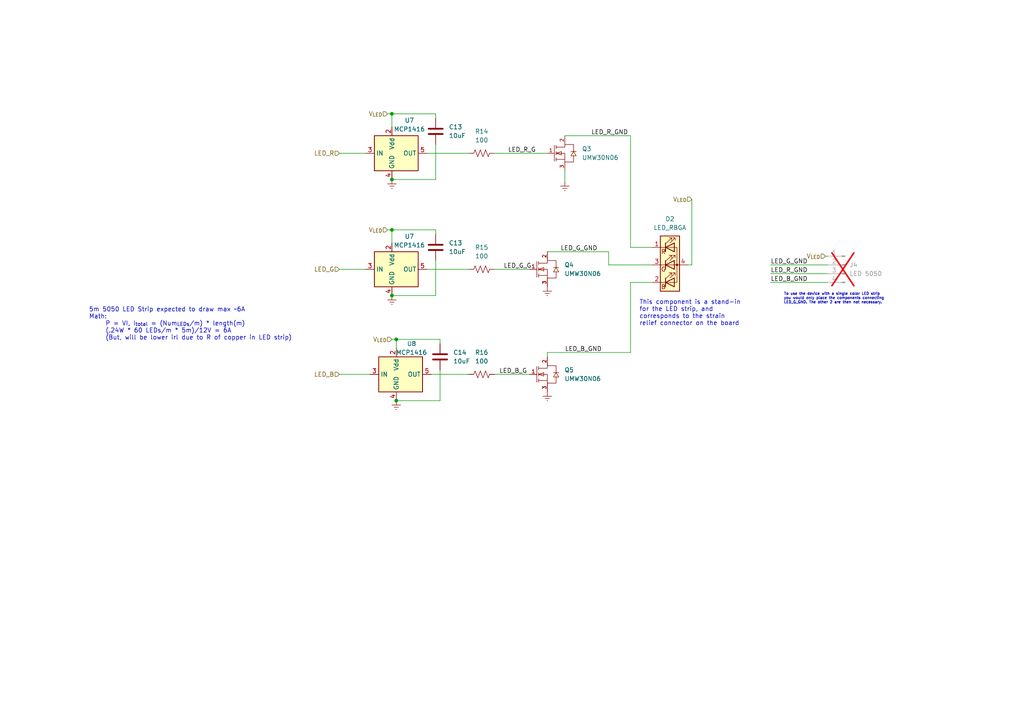
<source format=kicad_sch>
(kicad_sch (version 20230121) (generator eeschema)
  (paper "A4")
  (title_block (title "LED Strip Driver for 12V 5050 Strips") (date "2023-11-25") (rev "v1.0") (comment 1 "jacobbokor.com"))
  (lib_symbols
    (symbol "Connector:Conn_01x04_Male" (pin_names (offset 1.016) hide)
      (property "Reference" "J" (at 0 5.08 0))
      (property "Value" "Conn_01x04_Male" (at 0 -7.62 0))
      (symbol "Conn_01x04_Male_1_1"
        (polyline (pts (xy 1.27 -5.08) (xy 0.8636 -5.08)) (stroke (width 0.1524)))
        (polyline (pts (xy 1.27 -2.54) (xy 0.8636 -2.54)) (stroke (width 0.1524)))
        (polyline (pts (xy 1.27 0) (xy 0.8636 0)) (stroke (width 0.1524)))
        (polyline (pts (xy 1.27 2.54) (xy 0.8636 2.54)) (stroke (width 0.1524)))
        (rectangle (start 0.8636 -4.953) (end 0 -5.207) (stroke (width 0.1524)) (fill (type outline)))
        (rectangle (start 0.8636 -2.413) (end 0 -2.667) (stroke (width 0.1524)) (fill (type outline)))
        (rectangle (start 0.8636 0.127) (end 0 -0.127) (stroke (width 0.1524)) (fill (type outline)))
        (rectangle (start 0.8636 2.667) (end 0 2.413) (stroke (width 0.1524)) (fill (type outline)))
        (pin passive line (at 5.08 2.54 180) (length 3.81) (name "Pin_1") (number "1"))
        (pin passive line (at 5.08 0 180) (length 3.81) (name "Pin_2") (number "2"))
        (pin passive line (at 5.08 -2.54 180) (length 3.81) (name "Pin_3") (number "3"))
        (pin passive line (at 5.08 -5.08 180) (length 3.81) (name "Pin_4") (number "4"))
      )
    )
    (symbol "Device:C" (pin_numbers hide) (pin_names (offset 0.254))
      (property "Reference" "C" (at 0.635 2.54 0))
      (property "Value" "C" (at 0.635 -2.54 0))
      (symbol "C_0_1"
        (polyline (pts (xy -2.032 -0.762) (xy 2.032 -0.762)) (stroke (width 0.508)))
        (polyline (pts (xy -2.032 0.762) (xy 2.032 0.762)) (stroke (width 0.508)))
      )
      (symbol "C_1_1"
        (pin passive line (at 0 3.81 270) (length 2.794) (name "~") (number "1"))
        (pin passive line (at 0 -3.81 90) (length 2.794) (name "~") (number "2"))
      )
    )
    (symbol "Device:LED_RBGA" (pin_names (offset 0) hide)
      (property "Reference" "D" (at 0 9.398 0))
      (property "Value" "LED_RBGA" (at 0 -8.89 0))
      (symbol "LED_RBGA_0_0"
        (text "B" (at -1.905 -6.35 0) (effects (font (size 1.27 1.27))))
        (text "G" (at -1.905 -1.27 0) (effects (font (size 1.27 1.27))))
        (text "R" (at -1.905 3.81 0) (effects (font (size 1.27 1.27))))
      )
      (symbol "LED_RBGA_0_1"
        (polyline (pts (xy -1.27 -5.08) (xy -2.54 -5.08)))
        (polyline (pts (xy -1.27 -5.08) (xy 1.27 -5.08)))
        (polyline (pts (xy -1.27 -3.81) (xy -1.27 -6.35)) (stroke (width 0.254)))
        (polyline (pts (xy -1.27 0) (xy -2.54 0)))
        (polyline (pts (xy -1.27 1.27) (xy -1.27 -1.27)) (stroke (width 0.254)))
        (polyline (pts (xy -1.27 5.08) (xy -2.54 5.08)))
        (polyline (pts (xy -1.27 5.08) (xy 1.27 5.08)))
        (polyline (pts (xy -1.27 6.35) (xy -1.27 3.81)) (stroke (width 0.254)))
        (polyline (pts (xy 1.27 0) (xy -1.27 0)))
        (polyline (pts (xy 1.27 0) (xy 2.54 0)))
        (polyline (pts (xy -1.27 1.27) (xy -1.27 -1.27) (xy -1.27 -1.27)))
        (polyline (pts (xy -1.27 6.35) (xy -1.27 3.81) (xy -1.27 3.81)))
        (polyline (pts (xy 1.27 -5.08) (xy 2.032 -5.08) (xy 2.032 5.08) (xy 1.27 5.08)))
        (polyline (pts (xy 1.27 -3.81) (xy 1.27 -6.35) (xy -1.27 -5.08) (xy 1.27 -3.81)) (stroke (width 0.254)))
        (polyline (pts (xy 1.27 1.27) (xy 1.27 -1.27) (xy -1.27 0) (xy 1.27 1.27)) (stroke (width 0.254)))
        (polyline (pts (xy 1.27 6.35) (xy 1.27 3.81) (xy -1.27 5.08) (xy 1.27 6.35)) (stroke (width 0.254)))
        (polyline (pts (xy -1.016 -3.81) (xy 0.508 -2.286) (xy -0.254 -2.286) (xy 0.508 -2.286) (xy 0.508 -3.048)))
        (polyline (pts (xy -1.016 1.27) (xy 0.508 2.794) (xy -0.254 2.794) (xy 0.508 2.794) (xy 0.508 2.032)))
        (polyline (pts (xy -1.016 6.35) (xy 0.508 7.874) (xy -0.254 7.874) (xy 0.508 7.874) (xy 0.508 7.112)))
        (polyline (pts (xy 0 -3.81) (xy 1.524 -2.286) (xy 0.762 -2.286) (xy 1.524 -2.286) (xy 1.524 -3.048)))
        (polyline (pts (xy 0 1.27) (xy 1.524 2.794) (xy 0.762 2.794) (xy 1.524 2.794) (xy 1.524 2.032)))
        (polyline (pts (xy 0 6.35) (xy 1.524 7.874) (xy 0.762 7.874) (xy 1.524 7.874) (xy 1.524 7.112)))
        (rectangle (start 1.27 -1.27) (end 1.27 1.27))
        (rectangle (start 1.27 1.27) (end 1.27 1.27))
        (rectangle (start 1.27 3.81) (end 1.27 6.35))
        (rectangle (start 1.27 6.35) (end 1.27 6.35))
        (circle (center 2.032 0) (radius 0.254) (fill (type outline)))
        (rectangle (start 2.794 8.382) (end -2.794 -7.62) (stroke (width 0.254)) (fill (type background)))
      )
      (symbol "LED_RBGA_1_1"
        (pin passive line (at -5.08 5.08 0) (length 2.54) (name "RK") (number "1"))
        (pin passive line (at -5.08 -5.08 0) (length 2.54) (name "BK") (number "2"))
        (pin passive line (at -5.08 0 0) (length 2.54) (name "GK") (number "3"))
        (pin passive line (at 5.08 0 180) (length 2.54) (name "A") (number "4"))
      )
    )
    (symbol "Device:R_US" (pin_numbers hide) (pin_names (offset 0))
      (property "Reference" "R" (at 2.54 0 90))
      (property "Value" "R_US" (at -2.54 0 90))
      (symbol "R_US_0_1"
        (polyline (pts (xy 0 -2.286) (xy 0 -2.54)))
        (polyline (pts (xy 0 2.286) (xy 0 2.54)))
        (polyline (pts (xy 0 -0.762) (xy 1.016 -1.143) (xy 0 -1.524) (xy -1.016 -1.905) (xy 0 -2.286)))
        (polyline (pts (xy 0 0.762) (xy 1.016 0.381) (xy 0 0) (xy -1.016 -0.381) (xy 0 -0.762)))
        (polyline (pts (xy 0 2.286) (xy 1.016 1.905) (xy 0 1.524) (xy -1.016 1.143) (xy 0 0.762)))
      )
      (symbol "R_US_1_1"
        (pin passive line (at 0 3.81 270) (length 1.27) (name "~") (number "1"))
        (pin passive line (at 0 -3.81 90) (length 1.27) (name "~") (number "2"))
      )
    )
    (symbol "Driver_FET:MCP1416"
      (property "Reference" "U" (at -5.08 6.35 0))
      (property "Value" "MCP1416" (at 1.27 6.35 0))
      (symbol "MCP1416_0_1"
        (rectangle (start -5.08 5.08) (end 7.62 -5.08) (stroke (width 0.254)) (fill (type background)))
      )
      (symbol "MCP1416_1_1"
        (pin no_connect line (at 7.62 -2.54 180) (length 2.54) hide (name "NC") (number "1"))
        (pin power_in line (at 0 7.62 270) (length 2.54) (name "Vdd") (number "2"))
        (pin input line (at -7.62 0 0) (length 2.54) (name "IN") (number "3"))
        (pin power_in line (at 0 -7.62 90) (length 2.54) (name "GND") (number "4"))
        (pin output line (at 10.16 0 180) (length 2.54) (name "OUT") (number "5"))
      )
    )
    (symbol "UMW30N06:UMW30N06" (pin_names hide)
      (property "Reference" "Q" (at 0 1.27 0))
      (property "Value" "UMW30N06" (at 0 -2.54 0))
      (symbol "UMW30N06_0_1"
        (polyline (pts (xy -3.048 2.286) (xy -3.048 -2.286)))
        (polyline (pts (xy -2.54 -2.286) (xy -2.54 -1.27)))
        (polyline (pts (xy -2.54 -0.508) (xy -2.54 0.508)))
        (polyline (pts (xy -2.54 2.286) (xy -2.54 1.27)))
        (polyline (pts (xy 0 -1.778) (xy -2.54 -1.778)))
        (polyline (pts (xy -2.54 0) (xy -1.016 -0.508) (xy -1.016 0.508) (xy -2.54 0)) (fill (type background)))
        (polyline (pts (xy 2.54 0.508) (xy 1.778 -0.762) (xy 3.302 -0.762) (xy 2.54 0.508)) (fill (type background)))
        (polyline (pts (xy 3.302 0.508) (xy 3.048 0.508) (xy 2.032 0.508) (xy 1.778 0.508)))
        (polyline (pts (xy -2.54 0) (xy 0 0) (xy 0 -2.54) (xy 2.54 -2.54) (xy 2.54 -0.762)))
        (polyline (pts (xy -2.54 1.778) (xy 0 1.778) (xy 0 2.54) (xy 2.54 2.54) (xy 2.54 0.508)))
        (pin unspecified line (at -5.08 0 0) (length 2.032) (name "G") (number "1"))
        (pin unspecified line (at 0 5.08 270) (length 2.54) (name "D") (number "2"))
        (pin unspecified line (at 0 -5.08 90) (length 2.54) (name "S") (number "3"))
      )
    )
    (symbol "power:Earth" (power) (pin_names (offset 0))
      (symbol "Earth_0_1"
        (polyline (pts (xy -0.635 -1.905) (xy 0.635 -1.905)))
        (polyline (pts (xy -0.127 -2.54) (xy 0.127 -2.54)))
        (polyline (pts (xy 0 -1.27) (xy 0 0)))
        (polyline (pts (xy 1.27 -1.27) (xy -1.27 -1.27)))
      )
      (symbol "Earth_1_1"
        (pin power_in line (at 0 0 270) (length 0) hide (name "Earth") (number "1"))
      )
    )
  )
  (junction (at 113.665 66.675))
  (junction (at 114.935 116.205))
  (junction (at 113.665 52.07))
  (junction (at 114.935 98.425))
  (junction (at 113.665 85.725))
  (junction (at 113.665 33.02))
  (wire (pts (xy 223.52 79.375) (xy 240.03 79.375)))
  (wire (pts (xy 114.935 98.425) (xy 127.635 98.425)))
  (wire (pts (xy 176.53 73.025) (xy 176.53 76.835)))
  (wire (pts (xy 200.66 57.785) (xy 200.66 76.835)))
  (wire (pts (xy 126.365 75.565) (xy 126.365 85.725)))
  (wire (pts (xy 143.51 108.585) (xy 153.67 108.585)))
  (wire (pts (xy 123.825 78.105) (xy 135.89 78.105)))
  (wire (pts (xy 127.635 116.205) (xy 114.935 116.205)))
  (wire (pts (xy 158.75 102.235) (xy 182.88 102.235)))
  (wire (pts (xy 98.425 78.105) (xy 106.045 78.105)))
  (wire (pts (xy 125.095 108.585) (xy 135.89 108.585)))
  (wire (pts (xy 158.75 103.505) (xy 158.75 102.235)))
  (wire (pts (xy 126.365 85.725) (xy 113.665 85.725)))
  (wire (pts (xy 200.66 76.835) (xy 199.39 76.835)))
  (wire (pts (xy 98.425 44.45) (xy 106.045 44.45)))
  (wire (pts (xy 127.635 107.315) (xy 127.635 116.205)))
  (wire (pts (xy 239.395 74.295) (xy 240.03 74.295)))
  (wire (pts (xy 126.365 34.29) (xy 126.365 33.02)))
  (wire (pts (xy 182.88 81.915) (xy 189.23 81.915)))
  (wire (pts (xy 223.52 81.915) (xy 240.03 81.915)))
  (wire (pts (xy 223.52 76.835) (xy 240.03 76.835)))
  (wire (pts (xy 126.365 52.07) (xy 113.665 52.07)))
  (wire (pts (xy 158.75 73.025) (xy 176.53 73.025)))
  (wire (pts (xy 113.665 66.675) (xy 126.365 66.675)))
  (wire (pts (xy 112.395 33.02) (xy 113.665 33.02)))
  (wire (pts (xy 113.665 33.02) (xy 126.365 33.02)))
  (wire (pts (xy 113.665 33.02) (xy 113.665 36.83)))
  (wire (pts (xy 176.53 76.835) (xy 189.23 76.835)))
  (wire (pts (xy 189.23 71.755) (xy 182.88 71.755)))
  (wire (pts (xy 126.365 41.91) (xy 126.365 52.07)))
  (wire (pts (xy 113.665 98.425) (xy 114.935 98.425)))
  (wire (pts (xy 182.88 102.235) (xy 182.88 81.915)))
  (wire (pts (xy 114.935 98.425) (xy 114.935 100.965)))
  (wire (pts (xy 98.425 108.585) (xy 107.315 108.585)))
  (wire (pts (xy 163.83 49.53) (xy 163.83 52.705)))
  (wire (pts (xy 126.365 67.945) (xy 126.365 66.675)))
  (wire (pts (xy 113.665 66.675) (xy 113.665 70.485)))
  (wire (pts (xy 143.51 78.105) (xy 153.67 78.105)))
  (wire (pts (xy 127.635 98.425) (xy 127.635 99.695)))
  (wire (pts (xy 123.825 44.45) (xy 135.89 44.45)))
  (wire (pts (xy 163.83 39.37) (xy 182.88 39.37)))
  (wire (pts (xy 182.88 71.755) (xy 182.88 39.37)))
  (wire (pts (xy 112.395 66.675) (xy 113.665 66.675)))
  (wire (pts (xy 143.51 44.45) (xy 158.75 44.45)))
  (text "To use the device with a single color LED strip\nyou would only place the components connecting \nLED_G_GND. The other 2 are then not necessary. " (at 227.33 88.265 0) (effects (font (size 0.762 0.762)) (justify left bottom)))
  (text "This component is a stand-in \nfor the LED strip, and \ncorresponds to the strain \nrelief connector on the board" (at 185.42 94.615 0) (effects (font (size 1.27 1.27)) (justify left bottom)))
  (text "5m 5050 LED Strip expected to draw max ~6A\nMath: \n	P = VI, I_{total} = (Num_{LEDs}/m) * length(m)\n	(.24W * 60 LEDs/m * 5m)/12V = 6A\n	(But, will be lower irl due to R of copper in LED strip)" (at 25.781 98.806 0) (effects (font (size 1.27 1.27)) (justify left bottom)))
  (label "LED_R_GND" (at 223.52 79.375 0))
  (label "LED_R_GND" (at 171.45 39.37 0))
  (label "LED_B_G" (at 144.78 108.585 0))
  (label "LED_G_GND" (at 223.52 76.835 0))
  (label "LED_G_GND" (at 162.56 73.025 0))
  (label "LED_G_G" (at 146.05 78.105 0))
  (label "LED_R_G" (at 147.32 44.45 0))
  (label "LED_B_GND" (at 223.52 81.915 0))
  (label "LED_B_GND" (at 163.83 102.235 0))
  (hierarchical_label "V_{LED}" (shape input) (at 113.665 98.425 180))
  (hierarchical_label "LED_R" (shape input) (at 98.425 44.45 180))
  (hierarchical_label "V_{LED}" (shape input) (at 112.395 66.675 180))
  (hierarchical_label "V_{LED}" (shape input) (at 239.395 74.295 180))
  (hierarchical_label "LED_B" (shape input) (at 98.425 108.585 180))
  (hierarchical_label "LED_G" (shape input) (at 98.425 78.105 180))
  (hierarchical_label "V_{LED}" (shape input) (at 200.66 57.785 180))
  (hierarchical_label "V_{LED}" (shape input) (at 112.395 33.02 180))
  (symbol (lib_id "Device:C") (at 127.635 103.505 0) (unit 1)
    (property "Reference" "C14" (at 131.445 102.2349 0) (effects (justify left)))
    (property "Value" "10uF" (at 131.445 104.7749 0) (effects (justify left)))
    (property "Footprint" "Capacitor_SMD:C_0805_2012Metric_Pad1.18x1.45mm_HandSolder" (effects hide))
    (property "Vendor" "https://www.lcsc.com/product-detail/Multilayer-Ceramic-Capacitors-MLCC-SMD-SMT_Murata-Electronics-GRM21BR61C106KE15L_C77075.html" (effects hide))
    (property "LCSC" "C15850" (effects hide))
    (instances (project "iot_led_strip_pcb" (path "" (reference "C14") (unit 1))) (project "dumb-led-driver" (path "" (reference "C4") (unit 1))) (project "LED_driver" (path "" (reference "C14") (unit 1))))
  )
  (symbol (lib_id "Device:C") (at 126.365 71.755 0) (unit 1)
    (property "Reference" "C13" (at 130.175 70.4849 0) (effects (justify left)))
    (property "Value" "10uF" (at 130.175 73.0249 0) (effects (justify left)))
    (property "Footprint" "Capacitor_SMD:C_0805_2012Metric_Pad1.18x1.45mm_HandSolder" (effects hide))
    (property "Vendor" "https://www.lcsc.com/product-detail/Multilayer-Ceramic-Capacitors-MLCC-SMD-SMT_Murata-Electronics-GRM21BR61C106KE15L_C77075.html" (effects hide))
    (property "LCSC" "C15850" (effects hide))
    (instances (project "iot_led_strip_pcb" (path "" (reference "C13") (unit 1))) (project "dumb-led-driver" (path "" (reference "C3") (unit 1))) (project "LED_driver" (path "" (reference "C13") (unit 1))))
  )
  (symbol (lib_id "power:Earth") (at 113.665 52.07 0) (unit 1)
    (property "Reference" "#PWR037" (effects hide))
    (property "Value" "Earth" (effects hide))
    (instances (project "iot_led_strip_pcb" (path "" (reference "#PWR037") (unit 1))) (project "dumb-led-driver" (path "" (reference "#PWR015") (unit 1))) (project "LED_driver" (path "" (reference "#PWR037") (unit 1))))
  )
  (symbol (lib_id "power:Earth") (at 158.75 83.185 0) (unit 1)
    (property "Reference" "#PWR040" (effects hide))
    (property "Value" "Earth" (effects hide))
    (instances (project "iot_led_strip_pcb" (path "" (reference "#PWR040") (unit 1))) (project "dumb-led-driver" (path "" (reference "#PWR016") (unit 1))) (project "LED_driver" (path "" (reference "#PWR040") (unit 1))))
  )
  (symbol (lib_id "Device:R_US") (at 139.7 108.585 90) (unit 1)
    (property "Reference" "R16" (at 139.7 102.235 90))
    (property "Value" "100" (at 139.7 104.775 90))
    (property "Footprint" "Resistor_SMD:R_0805_2012Metric_Pad1.20x1.40mm_HandSolder" (effects hide))
    (property "LCSC" "C17408" (effects hide))
    (instances (project "iot_led_strip_pcb" (path "" (reference "R16") (unit 1))) (project "dumb-led-driver" (path "" (reference "R10") (unit 1))) (project "LED_driver" (path "" (reference "R16") (unit 1))))
  )
  (symbol (lib_id "Connector:Conn_01x04_Male") (at 245.11 76.835 0) (mirror y) (unit 1) (in_bom no) (on_board no) (dnp yes)
    (property "Reference" "J4" (at 246.38 76.8349 0) (effects (justify right)))
    (property "Value" "LED 5050" (at 246.38 79.3749 0) (effects (justify right)))
    (property "Footprint" "Connector_PinHeader_2.54mm:PinHeader_1x04_P2.54mm_Vertical" (effects hide))
  )
  (symbol (lib_id "power:Earth") (at 114.935 116.205 0) (unit 1)
    (property "Reference" "#PWR038" (effects hide))
    (property "Value" "Earth" (effects hide))
    (instances (project "iot_led_strip_pcb" (path "" (reference "#PWR038") (unit 1))) (project "dumb-led-driver" (path "" (reference "#PWR013") (unit 1))) (project "LED_driver" (path "" (reference "#PWR038") (unit 1))))
  )
  (symbol (lib_id "Device:R_US") (at 139.7 78.105 90) (unit 1)
    (property "Reference" "R15" (at 139.7 71.755 90))
    (property "Value" "100" (at 139.7 74.295 90))
    (property "Footprint" "Resistor_SMD:R_0805_2012Metric_Pad1.20x1.40mm_HandSolder" (effects hide))
    (property "LCSC" "C17408" (effects hide))
    (instances (project "iot_led_strip_pcb" (path "" (reference "R15") (unit 1))) (project "dumb-led-driver" (path "" (reference "R8") (unit 1))) (project "LED_driver" (path "" (reference "R15") (unit 1))))
  )
  (symbol (lib_id "Driver_FET:MCP1416") (at 113.665 44.45 0) (unit 1)
    (property "Reference" "U7" (at 118.745 34.925 0))
    (property "Value" "MCP1416" (at 118.745 37.465 0))
    (property "Footprint" "Package_TO_SOT_SMD:SOT-23-5_HandSoldering" (effects hide))
    (property "Datasheet" "http://ww1.microchip.com/downloads/en/DeviceDoc/20002092F.pdf" (effects hide))
    (property "LCSC" "C83775 " (effects hide))
    (instances (project "iot_led_strip_pcb" (path "" (reference "U7") (unit 1))) (project "dumb-led-driver" (path "" (reference "U2") (unit 1))) (project "LED_driver" (path "" (reference "U7") (unit 1))))
  )
  (symbol (lib_id "Device:C") (at 126.365 38.1 0) (unit 1)
    (property "Reference" "C13" (at 130.175 36.8299 0) (effects (justify left)))
    (property "Value" "10uF" (at 130.175 39.3699 0) (effects (justify left)))
    (property "Footprint" "Capacitor_SMD:C_0805_2012Metric_Pad1.18x1.45mm_HandSolder" (effects hide))
    (property "Vendor" "https://www.lcsc.com/product-detail/Multilayer-Ceramic-Capacitors-MLCC-SMD-SMT_Murata-Electronics-GRM21BR61C106KE15L_C77075.html" (effects hide))
    (property "LCSC" "C15850" (effects hide))
    (instances (project "iot_led_strip_pcb" (path "" (reference "C13") (unit 1))) (project "dumb-led-driver" (path "" (reference "C2") (unit 1))) (project "LED_driver" (path "" (reference "C13") (unit 1))))
  )
  (symbol (lib_id "power:Earth") (at 163.83 52.705 0) (unit 1)
    (property "Reference" "#PWR040" (effects hide))
    (property "Value" "Earth" (effects hide))
    (instances (project "iot_led_strip_pcb" (path "" (reference "#PWR040") (unit 1))) (project "dumb-led-driver" (path "" (reference "#PWR026") (unit 1))) (project "LED_driver" (path "" (reference "#PWR040") (unit 1))))
  )
  (symbol (lib_id "Device:R_US") (at 139.7 44.45 90) (unit 1)
    (property "Reference" "R14" (at 139.7 38.1 90))
    (property "Value" "100" (at 139.7 40.64 90))
    (property "Footprint" "Resistor_SMD:R_0805_2012Metric_Pad1.20x1.40mm_HandSolder" (effects hide))
    (property "LCSC" "C17408" (effects hide))
    (instances (project "iot_led_strip_pcb" (path "" (reference "R14") (unit 1))) (project "dumb-led-driver" (path "" (reference "R11") (unit 1))) (project "LED_driver" (path "" (reference "R14") (unit 1))))
  )
  (symbol (lib_id "Device:LED_RBGA") (at 194.31 76.835 0) (unit 1) (in_bom no)
    (property "Reference" "D2" (at 194.31 63.5 0))
    (property "Value" "LED_RBGA" (at 194.31 66.04 0))
    (property "Footprint" "Connector_Wire:SolderWire-0.15sqmm_1x04_P4mm_D0.5mm_OD1.5mm_Relief" (effects hide))
    (instances (project "iot_led_strip_pcb" (path "" (reference "D2") (unit 1))) (project "dumb-led-driver" (path "" (reference "D3") (unit 1))) (project "LED_driver" (path "" (reference "D2") (unit 1))))
  )
  (symbol (lib_id "Driver_FET:MCP1416") (at 114.935 108.585 0) (unit 1)
    (property "Reference" "U8" (at 119.38 99.695 0))
    (property "Value" "MCP1416" (at 119.38 102.235 0))
    (property "Footprint" "Package_TO_SOT_SMD:SOT-23-5_HandSoldering" (effects hide))
    (property "Datasheet" "http://ww1.microchip.com/downloads/en/DeviceDoc/20002092F.pdf" (effects hide))
    (property "LCSC" "C83775 " (effects hide))
    (instances (project "iot_led_strip_pcb" (path "" (reference "U8") (unit 1))) (project "dumb-led-driver" (path "" (reference "U5") (unit 1))) (project "LED_driver" (path "" (reference "U8") (unit 1))))
  )
  (symbol (lib_id "power:Earth") (at 158.75 113.665 0) (unit 1)
    (property "Reference" "#PWR041" (effects hide))
    (property "Value" "Earth" (effects hide))
    (instances (project "iot_led_strip_pcb" (path "" (reference "#PWR041") (unit 1))) (project "dumb-led-driver" (path "" (reference "#PWR020") (unit 1))) (project "LED_driver" (path "" (reference "#PWR041") (unit 1))))
  )
  (symbol (lib_id "UMW30N06:UMW30N06") (at 163.83 44.45 0) (unit 1)
    (property "Reference" "Q3" (at 168.783 43.1799 0) (effects (justify left)))
    (property "Value" "UMW30N06" (at 168.783 45.7199 0) (effects (justify left)))
    (property "Footprint" "Package_TO_SOT_SMD:TO-252-2" (effects hide))
    (property "Datasheet" "https://item.szlcsc.com/176608.html" (effects hide))
    (property "LCSC" "C369599" (effects hide))
    (property "Sim.Device" "NMOS" (effects hide))
    (property "Sim.Type" "VDMOS" (effects hide))
    (property "Sim.Pins" "1=D 2=G 3=S" (effects hide))
    (instances (project "iot_led_strip_pcb" (path "" (reference "Q3") (unit 1))) (project "dumb-led-driver" (path "" (reference "Q1") (unit 1))) (project "LED_driver" (path "" (reference "Q3") (unit 1))))
  )
  (symbol (lib_id "power:Earth") (at 113.665 85.725 0) (unit 1)
    (property "Reference" "#PWR037" (effects hide))
    (property "Value" "Earth" (effects hide))
    (instances (project "iot_led_strip_pcb" (path "" (reference "#PWR037") (unit 1))) (project "dumb-led-driver" (path "" (reference "#PWR012") (unit 1))) (project "LED_driver" (path "" (reference "#PWR037") (unit 1))))
  )
  (symbol (lib_id "Driver_FET:MCP1416") (at 113.665 78.105 0) (unit 1)
    (property "Reference" "U7" (at 118.745 68.58 0))
    (property "Value" "MCP1416" (at 118.745 71.12 0))
    (property "Footprint" "Package_TO_SOT_SMD:SOT-23-5_HandSoldering" (effects hide))
    (property "Datasheet" "http://ww1.microchip.com/downloads/en/DeviceDoc/20002092F.pdf" (effects hide))
    (property "LCSC" "C83775 " (effects hide))
    (instances (project "iot_led_strip_pcb" (path "" (reference "U7") (unit 1))) (project "dumb-led-driver" (path "" (reference "U4") (unit 1))) (project "LED_driver" (path "" (reference "U7") (unit 1))))
  )
  (symbol (lib_id "UMW30N06:UMW30N06") (at 158.75 78.105 0) (unit 1)
    (property "Reference" "Q4" (at 163.703 76.8349 0) (effects (justify left)))
    (property "Value" "UMW30N06" (at 163.703 79.3749 0) (effects (justify left)))
    (property "Footprint" "Package_TO_SOT_SMD:TO-252-2" (effects hide))
    (property "Datasheet" "https://item.szlcsc.com/176608.html" (effects hide))
    (property "LCSC" "C369599" (effects hide))
    (instances (project "iot_led_strip_pcb" (path "" (reference "Q4") (unit 1))) (project "dumb-led-driver" (path "" (reference "Q2") (unit 1))) (project "LED_driver" (path "" (reference "Q4") (unit 1))))
  )
  (symbol (lib_id "UMW30N06:UMW30N06") (at 158.75 108.585 0) (unit 1)
    (property "Reference" "Q5" (at 163.703 107.3149 0) (effects (justify left)))
    (property "Value" "UMW30N06" (at 163.703 109.8549 0) (effects (justify left)))
    (property "Footprint" "Package_TO_SOT_SMD:TO-252-2" (effects hide))
    (property "Datasheet" "https://item.szlcsc.com/176608.html" (effects hide))
    (property "LCSC" "C369599" (effects hide))
    (instances (project "iot_led_strip_pcb" (path "" (reference "Q5") (unit 1))) (project "dumb-led-driver" (path "" (reference "Q3") (unit 1))) (project "LED_driver" (path "" (reference "Q5") (unit 1))))
  )
)
</source>
